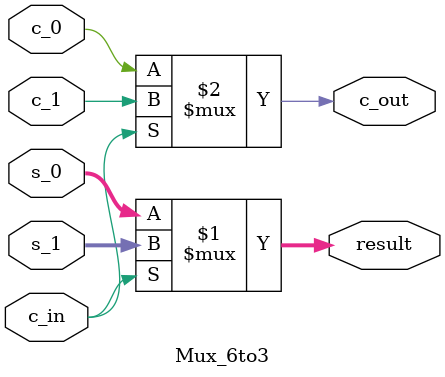
<source format=v>
module Mux_6to3(s_0, s_1, c_0, c_1, c_in, result, c_out);
	input [1:0] s_0, s_1;
	input c_0, c_1;
	input c_in;
	
	output [1:0] result;
	output c_out;
	
	assign result = c_in ? s_1 : s_0;
	assign c_out = c_in ? c_1 : c_0;

endmodule
</source>
